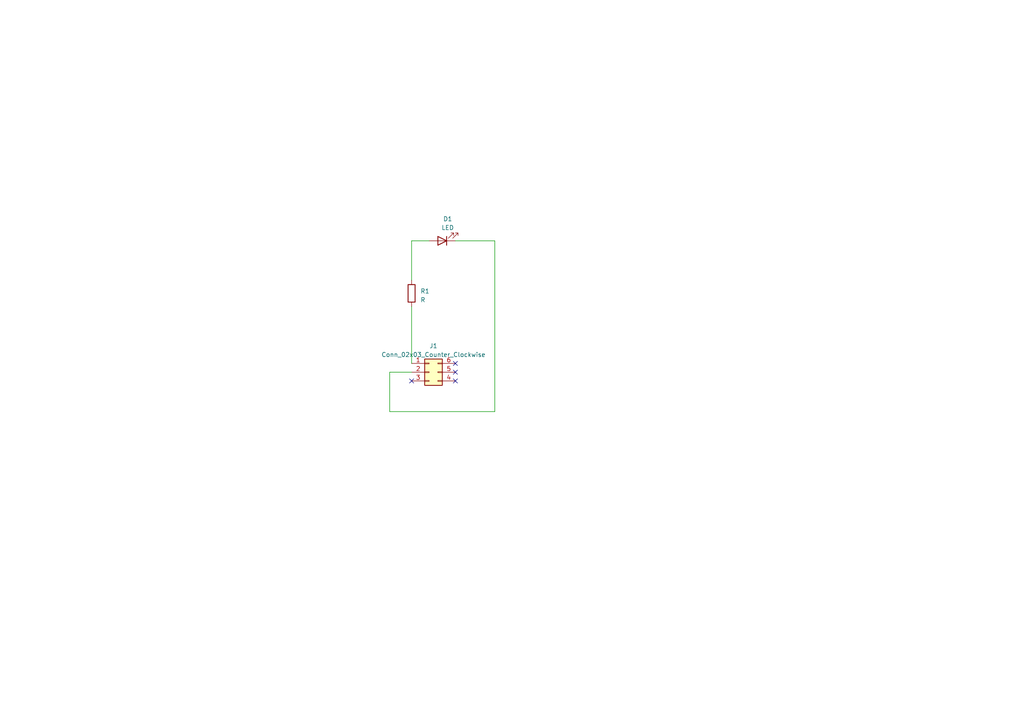
<source format=kicad_sch>
(kicad_sch (version 20220404) (generator eeschema)
  (paper "A4")
  (lib_symbols
    (symbol "Connector_Generic:Conn_02x03_Counter_Clockwise" (pin_names (offset 1.016) hide)
      (property "Reference" "J" (at 1.27 5.08 0))
      (property "Value" "Conn_02x03_Counter_Clockwise" (at 1.27 -5.08 0))
      (symbol "Conn_02x03_Counter_Clockwise_1_1"
        (rectangle (start -1.27 -2.413) (end 0 -2.667) (stroke (width 0.1524)))
        (rectangle (start -1.27 0.127) (end 0 -0.127) (stroke (width 0.1524)))
        (rectangle (start -1.27 2.667) (end 0 2.413) (stroke (width 0.1524)))
        (rectangle (start -1.27 3.81) (end 3.81 -3.81) (stroke (width 0.254)) (fill (type background)))
        (rectangle (start 3.81 -2.413) (end 2.54 -2.667) (stroke (width 0.1524)))
        (rectangle (start 3.81 0.127) (end 2.54 -0.127) (stroke (width 0.1524)))
        (rectangle (start 3.81 2.667) (end 2.54 2.413) (stroke (width 0.1524)))
        (pin passive line (at -5.08 2.54 0) (length 3.81) (name "Pin_1") (number "1"))
        (pin passive line (at -5.08 0 0) (length 3.81) (name "Pin_2") (number "2"))
        (pin passive line (at -5.08 -2.54 0) (length 3.81) (name "Pin_3") (number "3"))
        (pin passive line (at 7.62 -2.54 180) (length 3.81) (name "Pin_4") (number "4"))
        (pin passive line (at 7.62 0 180) (length 3.81) (name "Pin_5") (number "5"))
        (pin passive line (at 7.62 2.54 180) (length 3.81) (name "Pin_6") (number "6"))
      )
    )
    (symbol "Device:LED" (pin_numbers hide) (pin_names (offset 1.016) hide)
      (property "Reference" "D" (at 0 2.54 0))
      (property "Value" "LED" (at 0 -2.54 0))
      (symbol "LED_0_1"
        (polyline (pts (xy -1.27 -1.27) (xy -1.27 1.27)) (stroke (width 0.254)))
        (polyline (pts (xy -1.27 0) (xy 1.27 0)))
        (polyline (pts (xy 1.27 -1.27) (xy 1.27 1.27) (xy -1.27 0) (xy 1.27 -1.27)) (stroke (width 0.254)))
        (polyline (pts (xy -3.048 -0.762) (xy -4.572 -2.286) (xy -3.81 -2.286) (xy -4.572 -2.286) (xy -4.572 -1.524)))
        (polyline (pts (xy -1.778 -0.762) (xy -3.302 -2.286) (xy -2.54 -2.286) (xy -3.302 -2.286) (xy -3.302 -1.524)))
      )
      (symbol "LED_1_1"
        (pin passive line (at -3.81 0 0) (length 2.54) (name "K") (number "1"))
        (pin passive line (at 3.81 0 180) (length 2.54) (name "A") (number "2"))
      )
    )
    (symbol "Device:R" (pin_numbers hide) (pin_names (offset 0))
      (property "Reference" "R" (at 2.032 0 90))
      (property "Value" "R" (at 0 0 90))
      (symbol "R_0_1"
        (rectangle (start -1.016 -2.54) (end 1.016 2.54) (stroke (width 0.254)))
      )
      (symbol "R_1_1"
        (pin passive line (at 0 3.81 270) (length 1.27) (name "~") (number "1"))
        (pin passive line (at 0 -3.81 90) (length 1.27) (name "~") (number "2"))
      )
    )
  )
  (no_connect (at 132.08 105.41))
  (no_connect (at 119.38 110.49))
  (no_connect (at 132.08 107.95))
  (no_connect (at 132.08 110.49))
  (wire (pts (xy 113.03 107.95) (xy 119.38 107.95)))
  (wire (pts (xy 119.38 69.85) (xy 124.46 69.85)))
  (wire (pts (xy 143.51 119.38) (xy 113.03 119.38)))
  (wire (pts (xy 132.08 69.85) (xy 143.51 69.85)))
  (wire (pts (xy 143.51 69.85) (xy 143.51 119.38)))
  (wire (pts (xy 113.03 119.38) (xy 113.03 107.95)))
  (wire (pts (xy 119.38 88.9) (xy 119.38 105.41)))
  (wire (pts (xy 119.38 81.28) (xy 119.38 69.85)))
  (symbol (lib_id "Device:R") (at 119.38 85.09 0) (unit 1)
    (default_instance (reference "R") (unit 1) (value "R") (footprint ""))
    (property "Reference" "R1" (at 121.92 84.455 0) (effects (justify left)))
    (property "Value" "R" (at 121.92 86.995 0) (effects (justify left)))
    (property "Footprint" "Resistor_SMD:R_1206_3216Metric_Pad1.30x1.75mm_HandSolder" (effects hide))
  )
  (symbol (lib_id "Connector_Generic:Conn_02x03_Counter_Clockwise") (at 124.46 107.95 0) (unit 1)
    (default_instance (reference "J") (unit 1) (value "Conn_02x03_Counter_Clockwise") (footprint ""))
    (property "Reference" "J1" (at 125.73 100.33 0))
    (property "Value" "Conn_02x03_Counter_Clockwise" (at 125.73 102.87 0))
    (property "Footprint" "Connector_PinHeader_2.54mm:PinHeader_2x03_P2.54mm_Vertical" (effects hide))
  )
  (symbol (lib_id "Device:LED") (at 128.27 69.85 180) (unit 1)
    (default_instance (reference "D") (unit 1) (value "LED") (footprint ""))
    (property "Reference" "D1" (at 129.8575 63.5 0))
    (property "Value" "LED" (at 129.8575 66.04 0))
    (property "Footprint" "LED_THT:LED_D5.0mm" (effects hide))
  )
)
</source>
